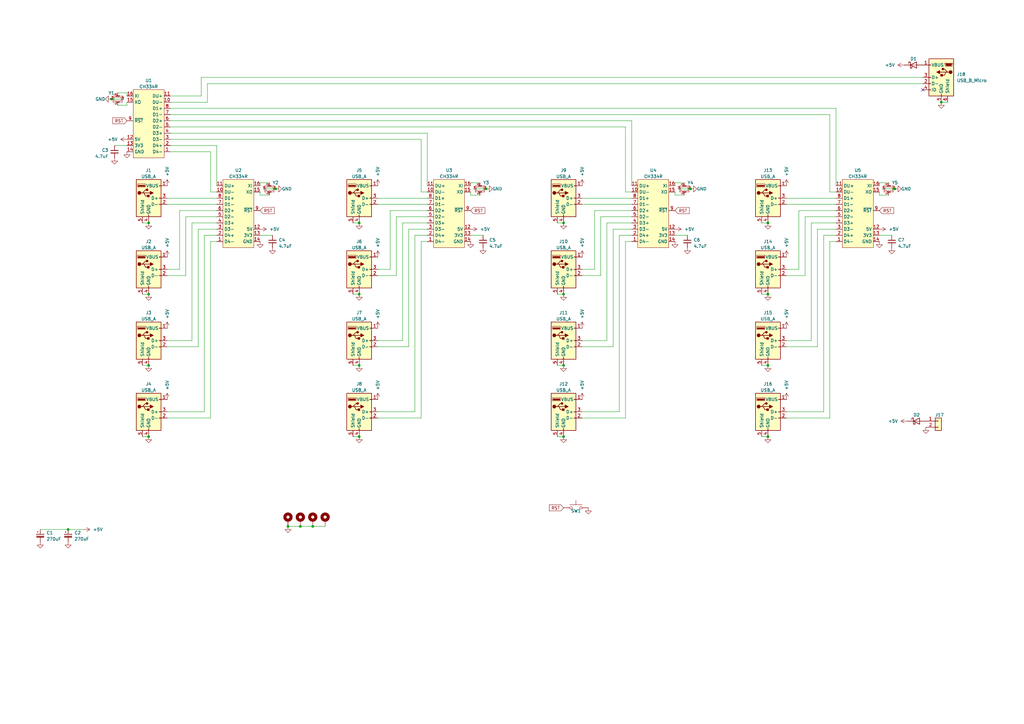
<source format=kicad_sch>
(kicad_sch (version 20230121) (generator eeschema)
  (paper "A3")
  (lib_symbols
    (symbol "Connector:USB_A" (pin_names (offset 1.016))
      (property "Reference" "J" (at -5.08 11.43 0))
      (property "Value" "USB_A" (at -5.08 8.89 0))
      (symbol "USB_A_0_1"
        (rectangle (start -5.08 -7.62) (end 5.08 7.62) (stroke (width 0.254)) (fill (type background)))
        (circle (center -3.81 2.159) (radius 0.635) (stroke (width 0.254)) (fill (type outline)))
        (rectangle (start -1.524 4.826) (end -4.318 5.334) (fill (type outline)))
        (rectangle (start -1.27 4.572) (end -4.572 5.842))
        (circle (center -0.635 3.429) (radius 0.381) (stroke (width 0.254)) (fill (type outline)))
        (rectangle (start -0.127 -7.62) (end 0.127 -6.858))
        (polyline (pts (xy -3.175 2.159) (xy -2.54 2.159) (xy -1.27 3.429) (xy -0.635 3.429)) (stroke (width 0.254)))
        (polyline (pts (xy -2.54 2.159) (xy -1.905 2.159) (xy -1.27 0.889) (xy 0 0.889)) (stroke (width 0.254)))
        (polyline (pts (xy 0.635 2.794) (xy 0.635 1.524) (xy 1.905 2.159) (xy 0.635 2.794)) (stroke (width 0.254)) (fill (type outline)))
        (rectangle (start 0.254 1.27) (end -0.508 0.508) (stroke (width 0.254)) (fill (type outline)))
        (rectangle (start 5.08 -2.667) (end 4.318 -2.413))
        (rectangle (start 5.08 -0.127) (end 4.318 0.127))
        (rectangle (start 5.08 4.953) (end 4.318 5.207))
      )
      (symbol "USB_A_1_1"
        (polyline (pts (xy -1.905 2.159) (xy 0.635 2.159)) (stroke (width 0.254)))
        (pin power_in line (at 7.62 5.08 180) (length 2.54) (name "VBUS") (number "1"))
        (pin bidirectional line (at 7.62 -2.54 180) (length 2.54) (name "D-") (number "2"))
        (pin bidirectional line (at 7.62 0 180) (length 2.54) (name "D+") (number "3"))
        (pin power_in line (at 0 -10.16 90) (length 2.54) (name "GND") (number "4"))
        (pin passive line (at -2.54 -10.16 90) (length 2.54) (name "Shield") (number "5"))
      )
    )
    (symbol "Connector:USB_B_Micro" (pin_names (offset 1.016))
      (property "Reference" "J" (at -5.08 11.43 0))
      (property "Value" "USB_B_Micro" (at -5.08 8.89 0))
      (symbol "USB_B_Micro_0_1"
        (rectangle (start -5.08 -7.62) (end 5.08 7.62) (stroke (width 0.254)) (fill (type background)))
        (circle (center -3.81 2.159) (radius 0.635) (stroke (width 0.254)) (fill (type outline)))
        (circle (center -0.635 3.429) (radius 0.381) (stroke (width 0.254)) (fill (type outline)))
        (rectangle (start -0.127 -7.62) (end 0.127 -6.858))
        (polyline (pts (xy -1.905 2.159) (xy 0.635 2.159)) (stroke (width 0.254)))
        (polyline (pts (xy -3.175 2.159) (xy -2.54 2.159) (xy -1.27 3.429) (xy -0.635 3.429)) (stroke (width 0.254)))
        (polyline (pts (xy -2.54 2.159) (xy -1.905 2.159) (xy -1.27 0.889) (xy 0 0.889)) (stroke (width 0.254)))
        (polyline (pts (xy 0.635 2.794) (xy 0.635 1.524) (xy 1.905 2.159) (xy 0.635 2.794)) (stroke (width 0.254)) (fill (type outline)))
        (polyline (pts (xy -4.318 5.588) (xy -1.778 5.588) (xy -2.032 4.826) (xy -4.064 4.826) (xy -4.318 5.588)) (fill (type outline)))
        (polyline (pts (xy -4.699 5.842) (xy -4.699 5.588) (xy -4.445 4.826) (xy -4.445 4.572) (xy -1.651 4.572) (xy -1.651 4.826) (xy -1.397 5.588) (xy -1.397 5.842) (xy -4.699 5.842)))
        (rectangle (start 0.254 1.27) (end -0.508 0.508) (stroke (width 0.254)) (fill (type outline)))
        (rectangle (start 5.08 -5.207) (end 4.318 -4.953))
        (rectangle (start 5.08 -2.667) (end 4.318 -2.413))
        (rectangle (start 5.08 -0.127) (end 4.318 0.127))
        (rectangle (start 5.08 4.953) (end 4.318 5.207))
      )
      (symbol "USB_B_Micro_1_1"
        (pin power_out line (at 7.62 5.08 180) (length 2.54) (name "VBUS") (number "1"))
        (pin bidirectional line (at 7.62 -2.54 180) (length 2.54) (name "D-") (number "2"))
        (pin bidirectional line (at 7.62 0 180) (length 2.54) (name "D+") (number "3"))
        (pin passive line (at 7.62 -5.08 180) (length 2.54) (name "ID") (number "4"))
        (pin power_out line (at 0 -10.16 90) (length 2.54) (name "GND") (number "5"))
        (pin passive line (at -2.54 -10.16 90) (length 2.54) (name "Shield") (number "6"))
      )
    )
    (symbol "Connector_Generic:Conn_01x02" (pin_names (offset 1.016) hide)
      (property "Reference" "J" (at 0 2.54 0))
      (property "Value" "Conn_01x02" (at 0 -5.08 0))
      (symbol "Conn_01x02_1_1"
        (rectangle (start -1.27 -2.413) (end 0 -2.667) (stroke (width 0.1524)))
        (rectangle (start -1.27 0.127) (end 0 -0.127) (stroke (width 0.1524)))
        (rectangle (start -1.27 1.27) (end 1.27 -3.81) (stroke (width 0.254)) (fill (type background)))
        (pin passive line (at -5.08 0 0) (length 3.81) (name "Pin_1") (number "1"))
        (pin passive line (at -5.08 -2.54 0) (length 3.81) (name "Pin_2") (number "2"))
      )
    )
    (symbol "Device:C_Polarized_Small" (pin_numbers hide) (pin_names (offset 0.254) hide)
      (property "Reference" "C" (at 0.254 1.778 0))
      (property "Value" "C_Polarized_Small" (at 0.254 -2.032 0))
      (symbol "C_Polarized_Small_0_1"
        (rectangle (start -1.524 -0.3048) (end 1.524 -0.6858) (fill (type outline)))
        (rectangle (start -1.524 0.6858) (end 1.524 0.3048))
        (polyline (pts (xy -1.27 1.524) (xy -0.762 1.524)))
        (polyline (pts (xy -1.016 1.27) (xy -1.016 1.778)))
      )
      (symbol "C_Polarized_Small_1_1"
        (pin passive line (at 0 2.54 270) (length 1.8542) (name "~") (number "1"))
        (pin passive line (at 0 -2.54 90) (length 1.8542) (name "~") (number "2"))
      )
    )
    (symbol "Device:C_Small" (pin_numbers hide) (pin_names (offset 0.254) hide)
      (property "Reference" "C" (at 0.254 1.778 0))
      (property "Value" "C_Small" (at 0.254 -2.032 0))
      (symbol "C_Small_0_1"
        (polyline (pts (xy -1.524 -0.508) (xy 1.524 -0.508)) (stroke (width 0.3302)))
        (polyline (pts (xy -1.524 0.508) (xy 1.524 0.508)) (stroke (width 0.3048)))
      )
      (symbol "C_Small_1_1"
        (pin passive line (at 0 2.54 270) (length 2.032) (name "~") (number "1"))
        (pin passive line (at 0 -2.54 90) (length 2.032) (name "~") (number "2"))
      )
    )
    (symbol "Device:Crystal_GND24_Small" (pin_names (offset 1.016) hide)
      (property "Reference" "Y" (at 1.27 4.445 0))
      (property "Value" "Crystal_GND24_Small" (at 1.27 2.54 0))
      (symbol "Crystal_GND24_Small_0_1"
        (rectangle (start -0.762 -1.524) (end 0.762 1.524))
        (polyline (pts (xy -1.27 -0.762) (xy -1.27 0.762)) (stroke (width 0.381)))
        (polyline (pts (xy 1.27 -0.762) (xy 1.27 0.762)) (stroke (width 0.381)))
        (polyline (pts (xy -1.27 -1.27) (xy -1.27 -1.905) (xy 1.27 -1.905) (xy 1.27 -1.27)))
        (polyline (pts (xy -1.27 1.27) (xy -1.27 1.905) (xy 1.27 1.905) (xy 1.27 1.27)))
      )
      (symbol "Crystal_GND24_Small_1_1"
        (pin passive line (at -2.54 0 0) (length 1.27) (name "1") (number "1"))
        (pin passive line (at 0 -2.54 90) (length 0.635) (name "2") (number "2"))
        (pin passive line (at 2.54 0 180) (length 1.27) (name "3") (number "3"))
        (pin passive line (at 0 2.54 270) (length 0.635) (name "4") (number "4"))
      )
    )
    (symbol "Device:D_Schottky" (pin_numbers hide) (pin_names (offset 1.016) hide)
      (property "Reference" "D" (at 0 2.54 0))
      (property "Value" "D_Schottky" (at 0 -2.54 0))
      (symbol "D_Schottky_0_1"
        (polyline (pts (xy 1.27 0) (xy -1.27 0)))
        (polyline (pts (xy 1.27 1.27) (xy 1.27 -1.27) (xy -1.27 0) (xy 1.27 1.27)) (stroke (width 0.254)))
        (polyline (pts (xy -1.905 0.635) (xy -1.905 1.27) (xy -1.27 1.27) (xy -1.27 -1.27) (xy -0.635 -1.27) (xy -0.635 -0.635)) (stroke (width 0.254)))
      )
      (symbol "D_Schottky_1_1"
        (pin passive line (at -3.81 0 0) (length 2.54) (name "K") (number "1"))
        (pin passive line (at 3.81 0 180) (length 2.54) (name "A") (number "2"))
      )
    )
    (symbol "Mechanical:MountingHole_Pad" (pin_numbers hide) (pin_names (offset 1.016) hide)
      (property "Reference" "H" (at 0 6.35 0))
      (property "Value" "MountingHole_Pad" (at 0 4.445 0))
      (symbol "MountingHole_Pad_0_1"
        (circle (center 0 1.27) (radius 1.27) (stroke (width 1.27)))
      )
      (symbol "MountingHole_Pad_1_1"
        (pin input line (at 0 -2.54 90) (length 2.54) (name "1") (number "1"))
      )
    )
    (symbol "Switch:SW_Push" (pin_numbers hide) (pin_names (offset 1.016) hide)
      (property "Reference" "SW" (at 1.27 2.54 0))
      (property "Value" "SW_Push" (at 0 -1.524 0))
      (symbol "SW_Push_0_1"
        (circle (center -2.032 0) (radius 0.508))
        (polyline (pts (xy 0 1.27) (xy 0 3.048)))
        (polyline (pts (xy 2.54 1.27) (xy -2.54 1.27)))
        (circle (center 2.032 0) (radius 0.508))
        (pin passive line (at -5.08 0 0) (length 2.54) (name "1") (number "1"))
        (pin passive line (at 5.08 0 180) (length 2.54) (name "2") (number "2"))
      )
    )
    (symbol "WCH:CH334R"
      (property "Reference" "U" (at 0 16.51 0))
      (property "Value" "CH334R" (at 0 16.51 0))
      (symbol "CH334R_1_1"
        (rectangle (start -6.35 13.97) (end 6.35 -13.97) (fill (type background)))
        (pin bidirectional line (at -8.89 -11.43 0) (length 2.54) (name "D4-") (number "1"))
        (pin bidirectional line (at -8.89 8.89 0) (length 2.54) (name "DU-") (number "10"))
        (pin bidirectional line (at -8.89 11.43 0) (length 2.54) (name "DU+") (number "11"))
        (pin power_in line (at 8.89 -6.35 180) (length 2.54) (name "5V") (number "12"))
        (pin power_in line (at 8.89 -8.89 180) (length 2.54) (name "3V3") (number "13"))
        (pin power_in line (at 8.89 -11.43 180) (length 2.54) (name "GND") (number "14"))
        (pin passive line (at 8.89 8.89 180) (length 2.54) (name "XO") (number "15"))
        (pin passive line (at 8.89 11.43 180) (length 2.54) (name "XI") (number "16"))
        (pin bidirectional line (at -8.89 -8.89 0) (length 2.54) (name "D4+") (number "2"))
        (pin bidirectional line (at -8.89 -6.35 0) (length 2.54) (name "D3-") (number "3"))
        (pin bidirectional line (at -8.89 -3.81 0) (length 2.54) (name "D3+") (number "4"))
        (pin bidirectional line (at -8.89 -1.27 0) (length 2.54) (name "D2-") (number "5"))
        (pin bidirectional line (at -8.89 1.27 0) (length 2.54) (name "D2+") (number "6"))
        (pin bidirectional line (at -8.89 3.81 0) (length 2.54) (name "D1-") (number "7"))
        (pin bidirectional line (at -8.89 6.35 0) (length 2.54) (name "D1+") (number "8"))
        (pin input line (at 8.89 1.27 180) (length 2.54) (name "~{RST}") (number "9"))
      )
    )
    (symbol "power:+5V" (power) (pin_names (offset 0))
      (property "Value" "+5V" (at 0 3.556 0))
      (symbol "+5V_0_1"
        (polyline (pts (xy -0.762 1.27) (xy 0 2.54)))
        (polyline (pts (xy 0 0) (xy 0 2.54)))
        (polyline (pts (xy 0 2.54) (xy 0.762 1.27)))
      )
      (symbol "+5V_1_1"
        (pin power_in line (at 0 0 90) (length 0) hide (name "+5V") (number "1"))
      )
    )
    (symbol "power:GND" (power) (pin_names (offset 0))
      (property "Value" "GND" (at 0 -3.81 0))
      (symbol "GND_0_1"
        (polyline (pts (xy 0 0) (xy 0 -1.27) (xy 1.27 -1.27) (xy 0 -2.54) (xy -1.27 -1.27) (xy 0 -1.27)))
      )
      (symbol "GND_1_1"
        (pin power_in line (at 0 0 270) (length 0) hide (name "GND") (number "1"))
      )
    )
  )
  (junction (at 314.96 91.44))
  (junction (at 231.14 120.65))
  (junction (at 231.14 179.07))
  (junction (at 60.96 120.65))
  (junction (at 147.32 120.65))
  (junction (at 386.08 41.91))
  (junction (at 113.03 77.47))
  (junction (at 118.11 215.9))
  (junction (at 367.03 77.47))
  (junction (at 147.32 91.44))
  (junction (at 147.32 149.86))
  (junction (at 283.21 77.47))
  (junction (at 60.96 179.07))
  (junction (at 314.96 149.86))
  (junction (at 231.14 91.44))
  (junction (at 199.39 77.47))
  (junction (at 314.96 120.65))
  (junction (at 27.94 217.17))
  (junction (at 128.27 215.9))
  (junction (at 60.96 149.86))
  (junction (at 45.72 40.64))
  (junction (at 147.32 179.07))
  (junction (at 314.96 179.07))
  (junction (at 123.19 215.9))
  (junction (at 60.96 91.44))
  (junction (at 231.14 149.86))
  (no_connect (at 378.46 36.83))
  (wire (pts (xy 106.68 74.93) (xy 106.68 76.2)))
  (wire (pts (xy 162.56 113.03) (xy 154.94 113.03)))
  (wire (pts (xy 73.66 86.36) (xy 88.9 86.36)))
  (wire (pts (xy 106.68 80.01) (xy 106.68 78.74)))
  (wire (pts (xy 68.58 168.91) (xy 83.82 168.91)))
  (wire (pts (xy 144.78 179.07) (xy 147.32 179.07)))
  (wire (pts (xy 256.54 171.45) (xy 256.54 99.06)))
  (wire (pts (xy 81.28 93.98) (xy 81.28 142.24)))
  (wire (pts (xy 69.85 57.15) (xy 172.72 57.15)))
  (wire (pts (xy 340.36 171.45) (xy 340.36 99.06)))
  (wire (pts (xy 228.6 149.86) (xy 231.14 149.86)))
  (wire (pts (xy 330.2 113.03) (xy 322.58 113.03)))
  (wire (pts (xy 251.46 142.24) (xy 238.76 142.24)))
  (wire (pts (xy 83.82 96.52) (xy 88.9 96.52)))
  (wire (pts (xy 154.94 83.82) (xy 175.26 83.82)))
  (wire (pts (xy 48.26 43.18) (xy 52.07 43.18)))
  (wire (pts (xy 165.1 139.7) (xy 165.1 91.44)))
  (wire (pts (xy 68.58 110.49) (xy 73.66 110.49)))
  (wire (pts (xy 342.9 93.98) (xy 335.28 93.98)))
  (wire (pts (xy 88.9 93.98) (xy 81.28 93.98)))
  (wire (pts (xy 34.29 217.17) (xy 27.94 217.17)))
  (wire (pts (xy 364.49 80.01) (xy 360.68 80.01)))
  (wire (pts (xy 228.6 120.65) (xy 231.14 120.65)))
  (wire (pts (xy 259.08 49.53) (xy 69.85 49.53)))
  (wire (pts (xy 154.94 171.45) (xy 172.72 171.45)))
  (wire (pts (xy 360.68 74.93) (xy 360.68 76.2)))
  (wire (pts (xy 82.55 31.75) (xy 378.46 31.75)))
  (wire (pts (xy 76.2 88.9) (xy 76.2 113.03)))
  (wire (pts (xy 68.58 139.7) (xy 78.74 139.7)))
  (wire (pts (xy 50.8 40.64) (xy 45.72 40.64)))
  (wire (pts (xy 165.1 91.44) (xy 175.26 91.44)))
  (wire (pts (xy 340.36 46.99) (xy 340.36 78.74)))
  (wire (pts (xy 259.08 76.2) (xy 259.08 49.53)))
  (wire (pts (xy 280.67 80.01) (xy 276.86 80.01)))
  (wire (pts (xy 58.42 179.07) (xy 60.96 179.07)))
  (wire (pts (xy 256.54 78.74) (xy 259.08 78.74)))
  (wire (pts (xy 172.72 78.74) (xy 175.26 78.74)))
  (wire (pts (xy 144.78 91.44) (xy 147.32 91.44)))
  (wire (pts (xy 340.36 78.74) (xy 342.9 78.74)))
  (wire (pts (xy 69.85 39.37) (xy 82.55 39.37)))
  (wire (pts (xy 332.74 91.44) (xy 342.9 91.44)))
  (wire (pts (xy 342.9 88.9) (xy 330.2 88.9)))
  (wire (pts (xy 327.66 86.36) (xy 342.9 86.36)))
  (wire (pts (xy 322.58 83.82) (xy 342.9 83.82)))
  (wire (pts (xy 27.94 217.17) (xy 16.51 217.17)))
  (wire (pts (xy 88.9 78.74) (xy 86.36 78.74)))
  (wire (pts (xy 123.19 215.9) (xy 128.27 215.9)))
  (wire (pts (xy 52.07 38.1) (xy 52.07 39.37)))
  (wire (pts (xy 254 168.91) (xy 254 96.52)))
  (wire (pts (xy 170.18 168.91) (xy 170.18 96.52)))
  (wire (pts (xy 170.18 96.52) (xy 175.26 96.52)))
  (wire (pts (xy 58.42 91.44) (xy 60.96 91.44)))
  (wire (pts (xy 175.26 76.2) (xy 175.26 54.61)))
  (wire (pts (xy 312.42 120.65) (xy 314.96 120.65)))
  (wire (pts (xy 243.84 110.49) (xy 243.84 86.36)))
  (wire (pts (xy 361.95 77.47) (xy 367.03 77.47)))
  (wire (pts (xy 238.76 83.82) (xy 259.08 83.82)))
  (wire (pts (xy 88.9 88.9) (xy 76.2 88.9)))
  (wire (pts (xy 228.6 179.07) (xy 231.14 179.07)))
  (wire (pts (xy 68.58 81.28) (xy 88.9 81.28)))
  (wire (pts (xy 322.58 171.45) (xy 340.36 171.45)))
  (wire (pts (xy 86.36 62.23) (xy 69.85 62.23)))
  (wire (pts (xy 144.78 149.86) (xy 147.32 149.86)))
  (wire (pts (xy 154.94 110.49) (xy 160.02 110.49)))
  (wire (pts (xy 327.66 110.49) (xy 327.66 86.36)))
  (wire (pts (xy 86.36 78.74) (xy 86.36 62.23)))
  (wire (pts (xy 86.36 99.06) (xy 88.9 99.06)))
  (wire (pts (xy 58.42 120.65) (xy 60.96 120.65)))
  (wire (pts (xy 118.11 215.9) (xy 123.19 215.9)))
  (wire (pts (xy 110.49 80.01) (xy 106.68 80.01)))
  (wire (pts (xy 167.64 142.24) (xy 154.94 142.24)))
  (wire (pts (xy 335.28 142.24) (xy 322.58 142.24)))
  (wire (pts (xy 88.9 59.69) (xy 69.85 59.69)))
  (wire (pts (xy 78.74 91.44) (xy 88.9 91.44)))
  (wire (pts (xy 82.55 39.37) (xy 82.55 31.75)))
  (wire (pts (xy 386.08 41.91) (xy 388.62 41.91)))
  (wire (pts (xy 360.68 96.52) (xy 365.76 96.52)))
  (wire (pts (xy 175.26 93.98) (xy 167.64 93.98)))
  (wire (pts (xy 162.56 88.9) (xy 162.56 113.03)))
  (wire (pts (xy 340.36 99.06) (xy 342.9 99.06)))
  (wire (pts (xy 128.27 215.9) (xy 133.35 215.9)))
  (wire (pts (xy 337.82 96.52) (xy 342.9 96.52)))
  (wire (pts (xy 106.68 74.93) (xy 110.49 74.93)))
  (wire (pts (xy 238.76 81.28) (xy 259.08 81.28)))
  (wire (pts (xy 52.07 59.69) (xy 46.99 59.69)))
  (wire (pts (xy 342.9 76.2) (xy 342.9 44.45)))
  (wire (pts (xy 312.42 91.44) (xy 314.96 91.44)))
  (wire (pts (xy 81.28 142.24) (xy 68.58 142.24)))
  (wire (pts (xy 342.9 44.45) (xy 69.85 44.45)))
  (wire (pts (xy 360.68 74.93) (xy 364.49 74.93)))
  (wire (pts (xy 76.2 113.03) (xy 68.58 113.03)))
  (wire (pts (xy 193.04 74.93) (xy 193.04 76.2)))
  (wire (pts (xy 68.58 83.82) (xy 88.9 83.82)))
  (wire (pts (xy 194.31 77.47) (xy 199.39 77.47)))
  (wire (pts (xy 175.26 54.61) (xy 69.85 54.61)))
  (wire (pts (xy 228.6 91.44) (xy 231.14 91.44)))
  (wire (pts (xy 276.86 80.01) (xy 276.86 78.74)))
  (wire (pts (xy 322.58 139.7) (xy 332.74 139.7)))
  (wire (pts (xy 322.58 110.49) (xy 327.66 110.49)))
  (wire (pts (xy 68.58 171.45) (xy 86.36 171.45)))
  (wire (pts (xy 238.76 139.7) (xy 248.92 139.7)))
  (wire (pts (xy 276.86 96.52) (xy 281.94 96.52)))
  (wire (pts (xy 196.85 80.01) (xy 193.04 80.01)))
  (wire (pts (xy 172.72 57.15) (xy 172.72 78.74)))
  (wire (pts (xy 193.04 74.93) (xy 196.85 74.93)))
  (wire (pts (xy 52.07 38.1) (xy 48.26 38.1)))
  (wire (pts (xy 154.94 168.91) (xy 170.18 168.91)))
  (wire (pts (xy 322.58 81.28) (xy 342.9 81.28)))
  (wire (pts (xy 332.74 139.7) (xy 332.74 91.44)))
  (wire (pts (xy 144.78 120.65) (xy 147.32 120.65)))
  (wire (pts (xy 69.85 46.99) (xy 340.36 46.99)))
  (wire (pts (xy 88.9 76.2) (xy 88.9 59.69)))
  (wire (pts (xy 378.46 34.29) (xy 85.09 34.29)))
  (wire (pts (xy 335.28 93.98) (xy 335.28 142.24)))
  (wire (pts (xy 337.82 168.91) (xy 337.82 96.52)))
  (wire (pts (xy 259.08 88.9) (xy 246.38 88.9)))
  (wire (pts (xy 154.94 139.7) (xy 165.1 139.7)))
  (wire (pts (xy 160.02 86.36) (xy 175.26 86.36)))
  (wire (pts (xy 172.72 99.06) (xy 175.26 99.06)))
  (wire (pts (xy 167.64 93.98) (xy 167.64 142.24)))
  (wire (pts (xy 238.76 171.45) (xy 256.54 171.45)))
  (wire (pts (xy 276.86 74.93) (xy 276.86 76.2)))
  (wire (pts (xy 243.84 86.36) (xy 259.08 86.36)))
  (wire (pts (xy 69.85 52.07) (xy 256.54 52.07)))
  (wire (pts (xy 86.36 171.45) (xy 86.36 99.06)))
  (wire (pts (xy 246.38 88.9) (xy 246.38 113.03)))
  (wire (pts (xy 107.95 77.47) (xy 113.03 77.47)))
  (wire (pts (xy 85.09 34.29) (xy 85.09 41.91)))
  (wire (pts (xy 322.58 168.91) (xy 337.82 168.91)))
  (wire (pts (xy 52.07 43.18) (xy 52.07 41.91)))
  (wire (pts (xy 172.72 171.45) (xy 172.72 99.06)))
  (wire (pts (xy 248.92 91.44) (xy 259.08 91.44)))
  (wire (pts (xy 78.74 139.7) (xy 78.74 91.44)))
  (wire (pts (xy 276.86 74.93) (xy 280.67 74.93)))
  (wire (pts (xy 251.46 93.98) (xy 251.46 142.24)))
  (wire (pts (xy 256.54 99.06) (xy 259.08 99.06)))
  (wire (pts (xy 278.13 77.47) (xy 283.21 77.47)))
  (wire (pts (xy 85.09 41.91) (xy 69.85 41.91)))
  (wire (pts (xy 312.42 179.07) (xy 314.96 179.07)))
  (wire (pts (xy 238.76 110.49) (xy 243.84 110.49)))
  (wire (pts (xy 193.04 96.52) (xy 198.12 96.52)))
  (wire (pts (xy 193.04 80.01) (xy 193.04 78.74)))
  (wire (pts (xy 106.68 96.52) (xy 111.76 96.52)))
  (wire (pts (xy 238.76 168.91) (xy 254 168.91)))
  (wire (pts (xy 160.02 110.49) (xy 160.02 86.36)))
  (wire (pts (xy 73.66 110.49) (xy 73.66 86.36)))
  (wire (pts (xy 312.42 149.86) (xy 314.96 149.86)))
  (wire (pts (xy 259.08 93.98) (xy 251.46 93.98)))
  (wire (pts (xy 330.2 88.9) (xy 330.2 113.03)))
  (wire (pts (xy 175.26 88.9) (xy 162.56 88.9)))
  (wire (pts (xy 58.42 149.86) (xy 60.96 149.86)))
  (wire (pts (xy 360.68 80.01) (xy 360.68 78.74)))
  (wire (pts (xy 248.92 139.7) (xy 248.92 91.44)))
  (wire (pts (xy 254 96.52) (xy 259.08 96.52)))
  (wire (pts (xy 246.38 113.03) (xy 238.76 113.03)))
  (wire (pts (xy 256.54 52.07) (xy 256.54 78.74)))
  (wire (pts (xy 154.94 81.28) (xy 175.26 81.28)))
  (wire (pts (xy 83.82 168.91) (xy 83.82 96.52)))
  (global_label "RST" (shape input) (at 360.68 86.36 0) (property "Intersheetrefs" "${INTERSHEET_REFS}" (effects hide)))
  (global_label "RST" (shape input) (at 276.86 86.36 0) (property "Intersheetrefs" "${INTERSHEET_REFS}" (effects hide)))
  (global_label "RST" (shape input) (at 52.07 49.53 180) (property "Intersheetrefs" "${INTERSHEET_REFS}" (effects hide)))
  (global_label "RST" (shape input) (at 231.14 208.28 180) (property "Intersheetrefs" "${INTERSHEET_REFS}" (effects hide)))
  (global_label "RST" (shape input) (at 106.68 86.36 0) (property "Intersheetrefs" "${INTERSHEET_REFS}" (effects hide)))
  (global_label "RST" (shape input) (at 193.04 86.36 0) (property "Intersheetrefs" "${INTERSHEET_REFS}" (effects hide)))
  (symbol (lib_id "Connector:USB_A") (at 60.96 139.7 0) (unit 1)
    (property "Reference" "J3" (at 60.96 128.27 0))
    (property "Value" "USB_A" (at 60.96 130.81 0))
    (property "Footprint" "Connector_USB:USB_A_Stewart_SS-52100-001_Horizontal" (effects hide))
    (property "Datasheet" " ~" (effects hide))
  )
  (symbol (lib_id "power:GND") (at 367.03 77.47 90) (unit 1)
    (property "Reference" "#PWR057" (effects hide))
    (property "Value" "GND" (at 369.57 77.47 90) (effects (justify right)))
  )
  (symbol (lib_id "power:GND") (at 231.14 179.07 0) (unit 1)
    (property "Reference" "#PWR036" (effects hide))
    (property "Value" "GND" (effects hide))
  )
  (symbol (lib_id "Connector:USB_A") (at 231.14 168.91 0) (unit 1)
    (property "Reference" "J12" (at 231.14 157.48 0))
    (property "Value" "USB_A" (at 231.14 160.02 0))
    (property "Footprint" "Connector_USB:USB_A_Stewart_SS-52100-001_Horizontal" (effects hide))
    (property "Datasheet" " ~" (effects hide))
  )
  (symbol (lib_id "power:+5V") (at 322.58 163.83 0) (unit 1)
    (property "Reference" "#PWR053" (effects hide))
    (property "Value" "+5V" (at 322.58 160.02 90) (effects (justify left)))
  )
  (symbol (lib_id "power:GND") (at 60.96 91.44 0) (unit 1)
    (property "Reference" "#PWR08" (effects hide))
    (property "Value" "GND" (effects hide))
  )
  (symbol (lib_id "power:GND") (at 147.32 149.86 0) (unit 1)
    (property "Reference" "#PWR023" (effects hide))
    (property "Value" "GND" (effects hide))
  )
  (symbol (lib_id "Device:C_Small") (at 111.76 99.06 0) (unit 1)
    (property "Reference" "C4" (at 114.3 98.4313 0) (effects (justify left)))
    (property "Value" "4.7uF" (at 114.3 100.9713 0) (effects (justify left)))
    (property "Footprint" "Capacitor_SMD:C_0805_2012Metric" (effects hide))
  )
  (symbol (lib_id "Device:D_Schottky") (at 374.65 26.67 0) (unit 1)
    (property "Reference" "D1" (at 374.65 24.13 0))
    (property "Value" "D_Schottky" (effects hide))
    (property "Footprint" "Diode_SMD:D_SMA" (effects hide))
  )
  (symbol (lib_id "power:GND") (at 283.21 77.47 90) (unit 1)
    (property "Reference" "#PWR045" (effects hide))
    (property "Value" "GND" (at 285.75 77.47 90) (effects (justify right)))
  )
  (symbol (lib_id "power:+5V") (at 238.76 163.83 0) (unit 1)
    (property "Reference" "#PWR040" (effects hide))
    (property "Value" "+5V" (at 238.76 160.02 90) (effects (justify left)))
  )
  (symbol (lib_id "Device:Crystal_GND24_Small") (at 48.26 40.64 270) (mirror x) (unit 1)
    (property "Reference" "Y1" (at 45.72 38.1 90))
    (property "Value" "Crystal_GND24_Small" (effects hide))
    (property "Footprint" "Crystal:Crystal_SMD_3225-4Pin_3.2x2.5mm" (effects hide))
  )
  (symbol (lib_id "Connector:USB_A") (at 231.14 81.28 0) (unit 1)
    (property "Reference" "J9" (at 231.14 69.85 0))
    (property "Value" "USB_A" (at 231.14 72.39 0))
    (property "Footprint" "Connector_USB:USB_A_Stewart_SS-52100-001_Horizontal" (effects hide))
    (property "Datasheet" " ~" (effects hide))
  )
  (symbol (lib_id "power:+5V") (at 34.29 217.17 270) (unit 1)
    (property "Reference" "#PWR03" (effects hide))
    (property "Value" "+5V" (at 38.1 217.17 90) (effects (justify left)))
  )
  (symbol (lib_id "power:GND") (at 365.76 101.6 0) (unit 1)
    (property "Reference" "#PWR056" (effects hide))
    (property "Value" "GND" (effects hide))
  )
  (symbol (lib_id "Connector:USB_A") (at 314.96 110.49 0) (unit 1)
    (property "Reference" "J14" (at 314.96 99.06 0))
    (property "Value" "USB_A" (at 314.96 101.6 0))
    (property "Footprint" "Connector_USB:USB_A_Stewart_SS-52100-001_Horizontal" (effects hide))
    (property "Datasheet" " ~" (effects hide))
  )
  (symbol (lib_id "power:+5V") (at 372.11 172.72 90) (unit 1)
    (property "Reference" "#PWR059" (effects hide))
    (property "Value" "+5V" (at 368.3 172.72 90) (effects (justify left)))
  )
  (symbol (lib_id "Device:Crystal_GND24_Small") (at 364.49 77.47 90) (unit 1)
    (property "Reference" "Y5" (at 367.03 74.93 90))
    (property "Value" "Crystal_GND24_Small" (effects hide))
    (property "Footprint" "Crystal:Crystal_SMD_3225-4Pin_3.2x2.5mm" (effects hide))
  )
  (symbol (lib_id "power:GND") (at 314.96 149.86 0) (unit 1)
    (property "Reference" "#PWR048" (effects hide))
    (property "Value" "GND" (effects hide))
  )
  (symbol (lib_id "power:+5V") (at 106.68 93.98 270) (unit 1)
    (property "Reference" "#PWR016" (effects hide))
    (property "Value" "+5V" (at 110.49 93.98 90) (effects (justify left)))
  )
  (symbol (lib_id "power:GND") (at 314.96 91.44 0) (unit 1)
    (property "Reference" "#PWR046" (effects hide))
    (property "Value" "GND" (effects hide))
  )
  (symbol (lib_id "WCH:CH334R") (at 60.96 50.8 0) (mirror y) (unit 1)
    (property "Reference" "U1" (at 60.96 33.02 0))
    (property "Value" "CH334R" (at 60.96 35.56 0))
    (property "Footprint" "Package_SO:QSOP-16_3.9x4.9mm_P0.635mm" (effects hide))
  )
  (symbol (lib_id "Mechanical:MountingHole_Pad") (at 128.27 213.36 0) (unit 1)
    (property "Reference" "H3" (effects hide))
    (property "Value" "MountingHole_Pad" (effects hide))
    (property "Footprint" "MountingHole:MountingHole_3.5mm_Pad_Via" (effects hide))
  )
  (symbol (lib_id "power:+5V") (at 154.94 105.41 0) (unit 1)
    (property "Reference" "#PWR026" (effects hide))
    (property "Value" "+5V" (at 154.94 101.6 90) (effects (justify left)))
  )
  (symbol (lib_id "power:GND") (at 147.32 91.44 0) (unit 1)
    (property "Reference" "#PWR021" (effects hide))
    (property "Value" "GND" (effects hide))
  )
  (symbol (lib_id "power:GND") (at 379.73 175.26 0) (unit 1)
    (property "Reference" "#PWR060" (effects hide))
    (property "Value" "GND" (effects hide))
  )
  (symbol (lib_id "Device:Crystal_GND24_Small") (at 110.49 77.47 90) (unit 1)
    (property "Reference" "Y2" (at 113.03 74.93 90))
    (property "Value" "Crystal_GND24_Small" (effects hide))
    (property "Footprint" "Crystal:Crystal_SMD_3225-4Pin_3.2x2.5mm" (effects hide))
  )
  (symbol (lib_id "Connector:USB_A") (at 314.96 168.91 0) (unit 1)
    (property "Reference" "J16" (at 314.96 157.48 0))
    (property "Value" "USB_A" (at 314.96 160.02 0))
    (property "Footprint" "Connector_USB:USB_A_Stewart_SS-52100-001_Horizontal" (effects hide))
    (property "Datasheet" " ~" (effects hide))
  )
  (symbol (lib_id "Device:C_Small") (at 198.12 99.06 0) (unit 1)
    (property "Reference" "C5" (at 200.66 98.4313 0) (effects (justify left)))
    (property "Value" "4.7uF" (at 200.66 100.9713 0) (effects (justify left)))
    (property "Footprint" "Capacitor_SMD:C_0805_2012Metric" (effects hide))
  )
  (symbol (lib_id "Connector:USB_A") (at 147.32 139.7 0) (unit 1)
    (property "Reference" "J7" (at 147.32 128.27 0))
    (property "Value" "USB_A" (at 147.32 130.81 0))
    (property "Footprint" "Connector_USB:USB_A_Stewart_SS-52100-001_Horizontal" (effects hide))
    (property "Datasheet" " ~" (effects hide))
  )
  (symbol (lib_id "power:+5V") (at 322.58 105.41 0) (unit 1)
    (property "Reference" "#PWR051" (effects hide))
    (property "Value" "+5V" (at 322.58 101.6 90) (effects (justify left)))
  )
  (symbol (lib_id "Connector:USB_A") (at 147.32 81.28 0) (unit 1)
    (property "Reference" "J5" (at 147.32 69.85 0))
    (property "Value" "USB_A" (at 147.32 72.39 0))
    (property "Footprint" "Connector_USB:USB_A_Stewart_SS-52100-001_Horizontal" (effects hide))
    (property "Datasheet" " ~" (effects hide))
  )
  (symbol (lib_id "power:+5V") (at 322.58 76.2 0) (unit 1)
    (property "Reference" "#PWR050" (effects hide))
    (property "Value" "+5V" (at 322.58 72.39 90) (effects (justify left)))
  )
  (symbol (lib_id "power:+5V") (at 68.58 76.2 0) (unit 1)
    (property "Reference" "#PWR012" (effects hide))
    (property "Value" "+5V" (at 68.58 72.39 90) (effects (justify left)))
  )
  (symbol (lib_id "power:GND") (at 386.08 41.91 0) (unit 1)
    (property "Reference" "#PWR061" (effects hide))
    (property "Value" "GND" (effects hide))
  )
  (symbol (lib_id "WCH:CH334R") (at 267.97 87.63 0) (unit 1)
    (property "Reference" "U4" (at 267.97 69.85 0))
    (property "Value" "CH334R" (at 267.97 72.39 0))
    (property "Footprint" "Package_SO:QSOP-16_3.9x4.9mm_P0.635mm" (effects hide))
  )
  (symbol (lib_id "Device:C_Polarized_Small") (at 16.51 219.71 0) (unit 1)
    (property "Reference" "C1" (at 19.05 218.5289 0) (effects (justify left)))
    (property "Value" "270uF" (at 19.05 221.0689 0) (effects (justify left)))
    (property "Footprint" "Capacitor_THT:CP_Radial_D5.0mm_P2.50mm" (effects hide))
  )
  (symbol (lib_id "power:GND") (at 27.94 222.25 0) (unit 1)
    (property "Reference" "#PWR02" (effects hide))
    (property "Value" "GND" (effects hide))
  )
  (symbol (lib_id "power:+5V") (at 193.04 93.98 270) (unit 1)
    (property "Reference" "#PWR029" (effects hide))
    (property "Value" "+5V" (at 196.85 93.98 90) (effects (justify left)))
  )
  (symbol (lib_id "Connector:USB_A") (at 314.96 139.7 0) (unit 1)
    (property "Reference" "J15" (at 314.96 128.27 0))
    (property "Value" "USB_A" (at 314.96 130.81 0))
    (property "Footprint" "Connector_USB:USB_A_Stewart_SS-52100-001_Horizontal" (effects hide))
    (property "Datasheet" " ~" (effects hide))
  )
  (symbol (lib_id "power:GND") (at 314.96 120.65 0) (unit 1)
    (property "Reference" "#PWR047" (effects hide))
    (property "Value" "GND" (effects hide))
  )
  (symbol (lib_id "WCH:CH334R") (at 351.79 87.63 0) (unit 1)
    (property "Reference" "U5" (at 351.79 69.85 0))
    (property "Value" "CH334R" (at 351.79 72.39 0))
    (property "Footprint" "Package_SO:QSOP-16_3.9x4.9mm_P0.635mm" (effects hide))
  )
  (symbol (lib_id "Device:C_Small") (at 281.94 99.06 0) (unit 1)
    (property "Reference" "C6" (at 284.48 98.4313 0) (effects (justify left)))
    (property "Value" "4.7uF" (at 284.48 100.9713 0) (effects (justify left)))
    (property "Footprint" "Capacitor_SMD:C_0805_2012Metric" (effects hide))
  )
  (symbol (lib_id "power:+5V") (at 238.76 76.2 0) (unit 1)
    (property "Reference" "#PWR037" (effects hide))
    (property "Value" "+5V" (at 238.76 72.39 90) (effects (justify left)))
  )
  (symbol (lib_id "power:GND") (at 16.51 222.25 0) (unit 1)
    (property "Reference" "#PWR01" (effects hide))
    (property "Value" "GND" (effects hide))
  )
  (symbol (lib_id "Mechanical:MountingHole_Pad") (at 118.11 213.36 0) (unit 1)
    (property "Reference" "H1" (effects hide))
    (property "Value" "MountingHole_Pad" (effects hide))
    (property "Footprint" "MountingHole:MountingHole_3.5mm_Pad_Via" (effects hide))
  )
  (symbol (lib_id "power:+5V") (at 68.58 134.62 0) (unit 1)
    (property "Reference" "#PWR014" (effects hide))
    (property "Value" "+5V" (at 68.58 130.81 90) (effects (justify left)))
  )
  (symbol (lib_id "Device:C_Polarized_Small") (at 27.94 219.71 0) (unit 1)
    (property "Reference" "C2" (at 30.48 218.5289 0) (effects (justify left)))
    (property "Value" "270uF" (at 30.48 221.0689 0) (effects (justify left)))
    (property "Footprint" "Capacitor_THT:CP_Radial_D5.0mm_P2.50mm" (effects hide))
  )
  (symbol (lib_id "Connector:USB_A") (at 231.14 110.49 0) (unit 1)
    (property "Reference" "J10" (at 231.14 99.06 0))
    (property "Value" "USB_A" (at 231.14 101.6 0))
    (property "Footprint" "Connector_USB:USB_A_Stewart_SS-52100-001_Horizontal" (effects hide))
    (property "Datasheet" " ~" (effects hide))
  )
  (symbol (lib_id "power:GND") (at 231.14 149.86 0) (unit 1)
    (property "Reference" "#PWR035" (effects hide))
    (property "Value" "GND" (effects hide))
  )
  (symbol (lib_id "power:GND") (at 231.14 91.44 0) (unit 1)
    (property "Reference" "#PWR033" (effects hide))
    (property "Value" "GND" (effects hide))
  )
  (symbol (lib_id "Connector:USB_A") (at 231.14 139.7 0) (unit 1)
    (property "Reference" "J11" (at 231.14 128.27 0))
    (property "Value" "USB_A" (at 231.14 130.81 0))
    (property "Footprint" "Connector_USB:USB_A_Stewart_SS-52100-001_Horizontal" (effects hide))
    (property "Datasheet" " ~" (effects hide))
  )
  (symbol (lib_id "power:+5V") (at 154.94 134.62 0) (unit 1)
    (property "Reference" "#PWR027" (effects hide))
    (property "Value" "+5V" (at 154.94 130.81 90) (effects (justify left)))
  )
  (symbol (lib_id "power:GND") (at 231.14 120.65 0) (unit 1)
    (property "Reference" "#PWR034" (effects hide))
    (property "Value" "GND" (effects hide))
  )
  (symbol (lib_id "Switch:SW_Push") (at 236.22 208.28 0) (unit 1)
    (property "Reference" "SW1" (at 236.22 209.55 0))
    (property "Value" "SW_Push" (effects hide))
    (property "Footprint" "Button_Switch_SMD:SW_Push_1P1T_NO_Vertical_Wuerth_434133025816" (effects hide))
  )
  (symbol (lib_id "power:GND") (at 111.76 101.6 0) (unit 1)
    (property "Reference" "#PWR018" (effects hide))
    (property "Value" "GND" (effects hide))
  )
  (symbol (lib_id "power:+5V") (at 276.86 93.98 270) (unit 1)
    (property "Reference" "#PWR042" (effects hide))
    (property "Value" "+5V" (at 280.67 93.98 90) (effects (justify left)))
  )
  (symbol (lib_id "power:GND") (at 281.94 101.6 0) (unit 1)
    (property "Reference" "#PWR044" (effects hide))
    (property "Value" "GND" (effects hide))
  )
  (symbol (lib_id "power:+5V") (at 154.94 163.83 0) (unit 1)
    (property "Reference" "#PWR028" (effects hide))
    (property "Value" "+5V" (at 154.94 160.02 90) (effects (justify left)))
  )
  (symbol (lib_id "Device:C_Small") (at 46.99 62.23 0) (mirror y) (unit 1)
    (property "Reference" "C3" (at 44.45 61.6013 0) (effects (justify left)))
    (property "Value" "4.7uF" (at 44.45 64.1413 0) (effects (justify left)))
    (property "Footprint" "Capacitor_SMD:C_0805_2012Metric" (effects hide))
  )
  (symbol (lib_id "Connector:USB_A") (at 60.96 168.91 0) (unit 1)
    (property "Reference" "J4" (at 60.96 157.48 0))
    (property "Value" "USB_A" (at 60.96 160.02 0))
    (property "Footprint" "Connector_USB:USB_A_Stewart_SS-52100-001_Horizontal" (effects hide))
    (property "Datasheet" " ~" (effects hide))
  )
  (symbol (lib_id "Device:Crystal_GND24_Small") (at 280.67 77.47 90) (unit 1)
    (property "Reference" "Y4" (at 283.21 74.93 90))
    (property "Value" "Crystal_GND24_Small" (effects hide))
    (property "Footprint" "Crystal:Crystal_SMD_3225-4Pin_3.2x2.5mm" (effects hide))
  )
  (symbol (lib_id "Connector_Generic:Conn_01x02") (at 384.81 172.72 0) (unit 1)
    (property "Reference" "J17" (at 383.54 170.18 0) (effects (justify left)))
    (property "Value" "Conn_01x02" (effects hide))
    (property "Footprint" "Connector_PinHeader_2.54mm:PinHeader_1x02_P2.54mm_Vertical" (effects hide))
  )
  (symbol (lib_id "power:+5V") (at 238.76 134.62 0) (unit 1)
    (property "Reference" "#PWR039" (effects hide))
    (property "Value" "+5V" (at 238.76 130.81 90) (effects (justify left)))
  )
  (symbol (lib_id "power:+5V") (at 322.58 134.62 0) (unit 1)
    (property "Reference" "#PWR052" (effects hide))
    (property "Value" "+5V" (at 322.58 130.81 90) (effects (justify left)))
  )
  (symbol (lib_id "power:GND") (at 118.11 215.9 0) (unit 1)
    (property "Reference" "#PWR020" (effects hide))
    (property "Value" "GND" (effects hide))
  )
  (symbol (lib_id "power:GND") (at 198.12 101.6 0) (unit 1)
    (property "Reference" "#PWR031" (effects hide))
    (property "Value" "GND" (effects hide))
  )
  (symbol (lib_id "power:GND") (at 60.96 149.86 0) (unit 1)
    (property "Reference" "#PWR010" (effects hide))
    (property "Value" "GND" (effects hide))
  )
  (symbol (lib_id "power:GND") (at 314.96 179.07 0) (unit 1)
    (property "Reference" "#PWR049" (effects hide))
    (property "Value" "GND" (effects hide))
  )
  (symbol (lib_id "power:GND") (at 276.86 99.06 0) (unit 1)
    (property "Reference" "#PWR043" (effects hide))
    (property "Value" "GND" (effects hide))
  )
  (symbol (lib_id "power:+5V") (at 370.84 26.67 90) (unit 1)
    (property "Reference" "#PWR058" (effects hide))
    (property "Value" "+5V" (at 367.03 26.67 90) (effects (justify left)))
  )
  (symbol (lib_id "power:GND") (at 199.39 77.47 90) (unit 1)
    (property "Reference" "#PWR032" (effects hide))
    (property "Value" "GND" (at 201.93 77.47 90) (effects (justify right)))
  )
  (symbol (lib_id "power:+5V") (at 52.07 57.15 90) (mirror x) (unit 1)
    (property "Reference" "#PWR06" (effects hide))
    (property "Value" "+5V" (at 48.26 57.15 90) (effects (justify left)))
  )
  (symbol (lib_id "Connector:USB_A") (at 314.96 81.28 0) (unit 1)
    (property "Reference" "J13" (at 314.96 69.85 0))
    (property "Value" "USB_A" (at 314.96 72.39 0))
    (property "Footprint" "Connector_USB:USB_A_Stewart_SS-52100-001_Horizontal" (effects hide))
    (property "Datasheet" " ~" (effects hide))
  )
  (symbol (lib_id "Connector:USB_A") (at 60.96 81.28 0) (unit 1)
    (property "Reference" "J1" (at 60.96 69.85 0))
    (property "Value" "USB_A" (at 60.96 72.39 0))
    (property "Footprint" "Connector_USB:USB_A_Stewart_SS-52100-001_Horizontal" (effects hide))
    (property "Datasheet" " ~" (effects hide))
  )
  (symbol (lib_id "power:GND") (at 147.32 120.65 0) (unit 1)
    (property "Reference" "#PWR022" (effects hide))
    (property "Value" "GND" (effects hide))
  )
  (symbol (lib_id "power:GND") (at 60.96 120.65 0) (unit 1)
    (property "Reference" "#PWR09" (effects hide))
    (property "Value" "GND" (effects hide))
  )
  (symbol (lib_id "power:+5V") (at 154.94 76.2 0) (unit 1)
    (property "Reference" "#PWR025" (effects hide))
    (property "Value" "+5V" (at 154.94 72.39 90) (effects (justify left)))
  )
  (symbol (lib_id "power:GND") (at 106.68 99.06 0) (unit 1)
    (property "Reference" "#PWR017" (effects hide))
    (property "Value" "GND" (effects hide))
  )
  (symbol (lib_id "power:GND") (at 241.3 208.28 0) (unit 1)
    (property "Reference" "#PWR041" (effects hide))
    (property "Value" "GND" (effects hide))
  )
  (symbol (lib_id "Device:C_Small") (at 365.76 99.06 0) (unit 1)
    (property "Reference" "C7" (at 368.3 98.4313 0) (effects (justify left)))
    (property "Value" "4.7uF" (at 368.3 100.9713 0) (effects (justify left)))
    (property "Footprint" "Capacitor_SMD:C_0805_2012Metric" (effects hide))
  )
  (symbol (lib_id "Connector:USB_A") (at 147.32 110.49 0) (unit 1)
    (property "Reference" "J6" (at 147.32 99.06 0))
    (property "Value" "USB_A" (at 147.32 101.6 0))
    (property "Footprint" "Connector_USB:USB_A_Stewart_SS-52100-001_Horizontal" (effects hide))
    (property "Datasheet" " ~" (effects hide))
  )
  (symbol (lib_id "power:GND") (at 52.07 62.23 0) (mirror y) (unit 1)
    (property "Reference" "#PWR07" (effects hide))
    (property "Value" "GND" (effects hide))
  )
  (symbol (lib_id "power:GND") (at 193.04 99.06 0) (unit 1)
    (property "Reference" "#PWR030" (effects hide))
    (property "Value" "GND" (effects hide))
  )
  (symbol (lib_id "WCH:CH334R") (at 97.79 87.63 0) (unit 1)
    (property "Reference" "U2" (at 97.79 69.85 0))
    (property "Value" "CH334R" (at 97.79 72.39 0))
    (property "Footprint" "Package_SO:QSOP-16_3.9x4.9mm_P0.635mm" (effects hide))
  )
  (symbol (lib_id "power:GND") (at 113.03 77.47 90) (unit 1)
    (property "Reference" "#PWR019" (effects hide))
    (property "Value" "GND" (at 115.57 77.47 90) (effects (justify right)))
  )
  (symbol (lib_id "power:+5V") (at 360.68 93.98 270) (unit 1)
    (property "Reference" "#PWR054" (effects hide))
    (property "Value" "+5V" (at 364.49 93.98 90) (effects (justify left)))
  )
  (symbol (lib_id "Connector:USB_A") (at 147.32 168.91 0) (unit 1)
    (property "Reference" "J8" (at 147.32 157.48 0))
    (property "Value" "USB_A" (at 147.32 160.02 0))
    (property "Footprint" "Connector_USB:USB_A_Stewart_SS-52100-001_Horizontal" (effects hide))
    (property "Datasheet" " ~" (effects hide))
  )
  (symbol (lib_id "power:GND") (at 46.99 64.77 0) (mirror y) (unit 1)
    (property "Reference" "#PWR05" (effects hide))
    (property "Value" "GND" (effects hide))
  )
  (symbol (lib_id "power:+5V") (at 68.58 105.41 0) (unit 1)
    (property "Reference" "#PWR013" (effects hide))
    (property "Value" "+5V" (at 68.58 101.6 90) (effects (justify left)))
  )
  (symbol (lib_id "Connector:USB_B_Micro") (at 386.08 31.75 0) (mirror y) (unit 1)
    (property "Reference" "J18" (at 392.43 30.48 0) (effects (justify right)))
    (property "Value" "USB_B_Micro" (at 392.43 33.02 0) (effects (justify right)))
    (property "Footprint" "Connector_USB:USB_Micro-B_Amphenol_10118194_Horizontal" (effects hide))
  )
  (symbol (lib_id "WCH:CH334R") (at 184.15 87.63 0) (unit 1)
    (property "Reference" "U3" (at 184.15 69.85 0))
    (property "Value" "CH334R" (at 184.15 72.39 0))
    (property "Footprint" "Package_SO:QSOP-16_3.9x4.9mm_P0.635mm" (effects hide))
  )
  (symbol (lib_id "Mechanical:MountingHole_Pad") (at 133.35 213.36 0) (unit 1)
    (property "Reference" "H4" (effects hide))
    (property "Value" "MountingHole_Pad" (effects hide))
    (property "Footprint" "MountingHole:MountingHole_3.5mm_Pad_Via" (effects hide))
  )
  (symbol (lib_id "Device:Crystal_GND24_Small") (at 196.85 77.47 90) (unit 1)
    (property "Reference" "Y3" (at 199.39 74.93 90))
    (property "Value" "Crystal_GND24_Small" (effects hide))
    (property "Footprint" "Crystal:Crystal_SMD_3225-4Pin_3.2x2.5mm" (effects hide))
  )
  (symbol (lib_id "power:+5V") (at 68.58 163.83 0) (unit 1)
    (property "Reference" "#PWR015" (effects hide))
    (property "Value" "+5V" (at 68.58 160.02 90) (effects (justify left)))
  )
  (symbol (lib_id "power:GND") (at 60.96 179.07 0) (unit 1)
    (property "Reference" "#PWR011" (effects hide))
    (property "Value" "GND" (effects hide))
  )
  (symbol (lib_id "power:GND") (at 147.32 179.07 0) (unit 1)
    (property "Reference" "#PWR024" (effects hide))
    (property "Value" "GND" (effects hide))
  )
  (symbol (lib_id "power:GND") (at 45.72 40.64 270) (mirror x) (unit 1)
    (property "Reference" "#PWR04" (effects hide))
    (property "Value" "GND" (at 43.18 40.64 90) (effects (justify right)))
  )
  (symbol (lib_id "Device:D_Schottky") (at 375.92 172.72 0) (unit 1)
    (property "Reference" "D2" (at 375.92 170.18 0))
    (property "Value" "D_Schottky" (effects hide))
    (property "Footprint" "Diode_SMD:D_SMA" (effects hide))
  )
  (symbol (lib_id "Mechanical:MountingHole_Pad") (at 123.19 213.36 0) (unit 1)
    (property "Reference" "H2" (effects hide))
    (property "Value" "MountingHole_Pad" (effects hide))
    (property "Footprint" "MountingHole:MountingHole_3.5mm_Pad_Via" (effects hide))
  )
  (symbol (lib_id "power:GND") (at 360.68 99.06 0) (unit 1)
    (property "Reference" "#PWR055" (effects hide))
    (property "Value" "GND" (effects hide))
  )
  (symbol (lib_id "Connector:USB_A") (at 60.96 110.49 0) (unit 1)
    (property "Reference" "J2" (at 60.96 99.06 0))
    (property "Value" "USB_A" (at 60.96 101.6 0))
    (property "Footprint" "Connector_USB:USB_A_Stewart_SS-52100-001_Horizontal" (effects hide))
    (property "Datasheet" " ~" (effects hide))
  )
  (symbol (lib_id "power:+5V") (at 238.76 105.41 0) (unit 1)
    (property "Reference" "#PWR038" (effects hide))
    (property "Value" "+5V" (at 238.76 101.6 90) (effects (justify left)))
  )
)
</source>
